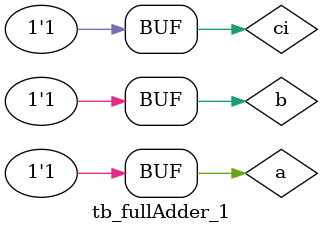
<source format=v>
module tb_fullAdder_1 ();

reg a,b,ci;
wire s,cout;

initial begin
    a = 1;
    b = 1;
    ci = 1;

    repeat (10)begin
        #10 a = a + 1;
    end

end


fullAdder_1 add_1(
    .a(a), 
    .b(b), //两个一位加数字
    .c_i(ci),  //进位输入

    .s(s), 
    .c_out(cout)
);

endmodule

// vsim .\tb_fullAdder_1.v -voptargs=+acc
</source>
